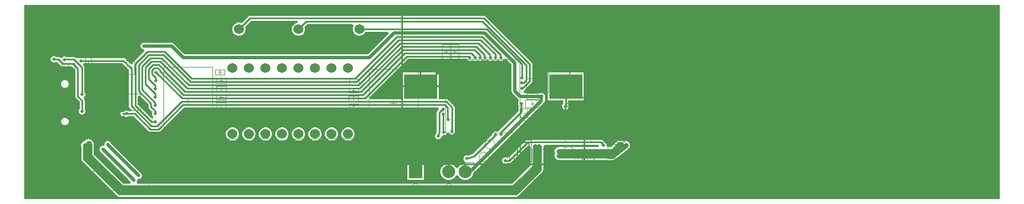
<source format=gbl>
G04*
G04 #@! TF.GenerationSoftware,Altium Limited,CircuitMaker,2.2.1 (2.2.1.6)*
G04*
G04 Layer_Physical_Order=2*
G04 Layer_Color=11436288*
%FSLAX24Y24*%
%MOIN*%
G70*
G04*
G04 #@! TF.SameCoordinates,07040E79-6860-4804-BF28-05383503267E*
G04*
G04*
G04 #@! TF.FilePolarity,Positive*
G04*
G01*
G75*
%ADD11C,0.0039*%
%ADD13C,0.0100*%
%ADD14C,0.0079*%
%ADD15C,0.0059*%
%ADD17C,0.0050*%
%ADD18C,0.0020*%
%ADD98C,0.0200*%
%ADD99C,0.0300*%
%ADD104C,0.0195*%
%ADD105R,0.0787X0.0787*%
%ADD106C,0.0787*%
%ADD107C,0.0600*%
%ADD108C,0.1417*%
G04:AMPARAMS|DCode=109|XSize=39.4mil|YSize=86.6mil|CornerRadius=19.7mil|HoleSize=0mil|Usage=FLASHONLY|Rotation=270.000|XOffset=0mil|YOffset=0mil|HoleType=Round|Shape=RoundedRectangle|*
%AMROUNDEDRECTD109*
21,1,0.0394,0.0472,0,0,270.0*
21,1,0.0000,0.0866,0,0,270.0*
1,1,0.0394,-0.0236,0.0000*
1,1,0.0394,-0.0236,0.0000*
1,1,0.0394,0.0236,0.0000*
1,1,0.0394,0.0236,0.0000*
%
%ADD109ROUNDEDRECTD109*%
G04:AMPARAMS|DCode=110|XSize=39.4mil|YSize=78.7mil|CornerRadius=19.7mil|HoleSize=0mil|Usage=FLASHONLY|Rotation=270.000|XOffset=0mil|YOffset=0mil|HoleType=Round|Shape=RoundedRectangle|*
%AMROUNDEDRECTD110*
21,1,0.0394,0.0394,0,0,270.0*
21,1,0.0000,0.0787,0,0,270.0*
1,1,0.0394,-0.0197,0.0000*
1,1,0.0394,-0.0197,0.0000*
1,1,0.0394,0.0197,0.0000*
1,1,0.0394,0.0197,0.0000*
%
%ADD110ROUNDEDRECTD110*%
%ADD111C,0.0700*%
%ADD112C,0.0236*%
%ADD113R,0.2000X0.1500*%
G36*
X59066Y5D02*
X16D01*
Y11825D01*
X59066D01*
Y5D01*
D02*
G37*
%LPC*%
G36*
X27823Y11158D02*
X13676D01*
X13617Y11146D01*
X13568Y11113D01*
X13161Y10707D01*
X13160Y10708D01*
X13058Y10735D01*
X12953D01*
X12851Y10708D01*
X12760Y10655D01*
X12686Y10581D01*
X12633Y10489D01*
X12606Y10388D01*
Y10282D01*
X12633Y10181D01*
X12686Y10089D01*
X12760Y10015D01*
X12851Y9962D01*
X12953Y9935D01*
X13058D01*
X13160Y9962D01*
X13251Y10015D01*
X13326Y10089D01*
X13378Y10181D01*
X13406Y10282D01*
Y10388D01*
X13378Y10489D01*
X13378Y10491D01*
X13739Y10852D01*
X16553D01*
X16561Y10851D01*
X16563Y10735D01*
X16552Y10732D01*
X16461Y10708D01*
X16370Y10655D01*
X16296Y10581D01*
X16243Y10489D01*
X16216Y10388D01*
Y10282D01*
X16243Y10181D01*
X16296Y10089D01*
X16370Y10015D01*
X16461Y9962D01*
X16563Y9935D01*
X16668D01*
X16770Y9962D01*
X16861Y10015D01*
X16936Y10089D01*
X16988Y10181D01*
X17016Y10282D01*
Y10388D01*
X16988Y10489D01*
X16988Y10491D01*
X17147Y10650D01*
X19874D01*
X19942Y10532D01*
X19923Y10499D01*
X19896Y10398D01*
Y10292D01*
X19923Y10191D01*
X19976Y10099D01*
X20050Y10025D01*
X20141Y9972D01*
X20243Y9945D01*
X20348D01*
X20450Y9972D01*
X20541Y10025D01*
X20616Y10099D01*
X20668Y10191D01*
X20669Y10192D01*
X22037D01*
X22082Y10083D01*
X21263Y9264D01*
X21248Y9258D01*
X21193Y9202D01*
X21187Y9188D01*
X20818Y8819D01*
X9720D01*
X9080Y9459D01*
X9014Y9503D01*
X8936Y9519D01*
X7256D01*
X7178Y9503D01*
X7112Y9459D01*
X7067Y9393D01*
X7052Y9315D01*
X7067Y9237D01*
X7112Y9171D01*
X7178Y9127D01*
X7219Y9118D01*
X7224Y9117D01*
X7232Y9106D01*
X7261Y9036D01*
X7263Y8993D01*
X6620Y8350D01*
X6587Y8300D01*
X6577Y8247D01*
X6532Y8218D01*
X6466Y8191D01*
X6124Y8533D01*
X6074Y8566D01*
X6016Y8578D01*
X3552D01*
X3538Y8592D01*
X3465Y8622D01*
X3386D01*
X3314Y8592D01*
X3300Y8579D01*
X3151Y8562D01*
X3110Y8602D01*
X3061Y8635D01*
X3002Y8647D01*
X2558D01*
X2557Y8648D01*
X2485Y8678D01*
X2406D01*
X2334Y8648D01*
X2278Y8592D01*
X2162Y8621D01*
X2138Y8637D01*
X2080Y8649D01*
X1936D01*
X1921Y8664D01*
X1849Y8694D01*
X1770D01*
X1698Y8664D01*
X1642Y8608D01*
X1612Y8535D01*
Y8457D01*
X1642Y8384D01*
X1698Y8329D01*
X1770Y8299D01*
X1849D01*
X1921Y8329D01*
X2043Y8317D01*
X2235Y8125D01*
X2284Y8092D01*
X2343Y8080D01*
X2824D01*
X2841Y8083D01*
X2883D01*
X3092Y7874D01*
Y6258D01*
X3104Y6199D01*
X3137Y6149D01*
X3357Y5930D01*
Y5478D01*
X3342Y5463D01*
X3312Y5391D01*
Y5312D01*
X3342Y5240D01*
X3398Y5184D01*
X3471Y5154D01*
X3549D01*
X3622Y5184D01*
X3677Y5240D01*
X3707Y5312D01*
Y5391D01*
X3677Y5463D01*
X3663Y5478D01*
Y5993D01*
X3651Y6051D01*
X3634Y6077D01*
X3604Y6193D01*
X3660Y6248D01*
X3690Y6321D01*
Y6399D01*
X3660Y6472D01*
X3646Y6486D01*
Y8003D01*
X3634Y8062D01*
X3601Y8112D01*
X3563Y8150D01*
X3562Y8161D01*
X3607Y8272D01*
X5952D01*
X6343Y7882D01*
Y5675D01*
X6354Y5616D01*
X6388Y5567D01*
X6497Y5457D01*
X6452Y5348D01*
X6321D01*
X6304Y5365D01*
X6232Y5395D01*
X6153D01*
X6081Y5365D01*
X6063Y5348D01*
X5986D01*
X5927Y5336D01*
X5878Y5303D01*
X5844Y5253D01*
X5833Y5195D01*
X5844Y5136D01*
X5878Y5087D01*
X5927Y5054D01*
X5986Y5042D01*
X6069D01*
X6081Y5030D01*
X6153Y5000D01*
X6232D01*
X6304Y5030D01*
X6316Y5042D01*
X6630D01*
X7522Y4149D01*
X7572Y4116D01*
X7630Y4105D01*
X8131D01*
X8190Y4116D01*
X8239Y4149D01*
X9669Y5579D01*
X25057D01*
X25106Y5461D01*
X25030Y5386D01*
X24997Y5336D01*
X24985Y5277D01*
Y4070D01*
X24959Y4044D01*
X24926Y3994D01*
X24923Y3982D01*
X24900Y3958D01*
X24869Y3886D01*
Y3807D01*
X24900Y3735D01*
X24955Y3679D01*
X25028Y3649D01*
X25106D01*
X25179Y3679D01*
X25234Y3735D01*
X25264Y3807D01*
X25350Y3892D01*
X25373Y3893D01*
X25430D01*
X25503Y3923D01*
X25558Y3979D01*
X25585Y4044D01*
X25612Y4053D01*
X25706Y4060D01*
X25709Y4054D01*
X25724Y4016D01*
X25780Y3961D01*
X25852Y3931D01*
X25931D01*
X26004Y3961D01*
X26059Y4016D01*
X26089Y4089D01*
Y4167D01*
X26067Y4221D01*
Y5580D01*
X26055Y5638D01*
X26022Y5688D01*
X25669Y6041D01*
X25620Y6074D01*
X25561Y6085D01*
X25097D01*
Y6810D01*
X23999D01*
X22901D01*
Y6085D01*
X20939D01*
X20894Y6194D01*
X23232Y8532D01*
X26798D01*
X26818Y8483D01*
X26874Y8428D01*
X26946Y8397D01*
X27025D01*
X27098Y8428D01*
X27146Y8476D01*
X27184Y8438D01*
X27256Y8407D01*
X27335D01*
X27408Y8438D01*
X27457Y8487D01*
X27495Y8449D01*
X27568Y8419D01*
X27646D01*
X27719Y8449D01*
X27763Y8493D01*
X27799Y8456D01*
X27872Y8426D01*
X27950D01*
X28023Y8456D01*
X28065Y8499D01*
X28119Y8446D01*
X28192Y8416D01*
X28270D01*
X28343Y8446D01*
X28386Y8489D01*
X28431Y8444D01*
X28504Y8414D01*
X28582D01*
X28655Y8444D01*
X28706Y8495D01*
X28752Y8449D01*
X28824Y8419D01*
X28903D01*
X28976Y8449D01*
X29027Y8500D01*
X29032Y8504D01*
X29168Y8526D01*
X29512Y8182D01*
Y6585D01*
X29527Y6507D01*
X29572Y6441D01*
X29902Y6111D01*
X29902Y6111D01*
X29935Y6088D01*
X29945Y6066D01*
X29955Y5982D01*
X29950Y5950D01*
X29927Y5926D01*
X29897Y5853D01*
Y5775D01*
X29927Y5702D01*
X29941Y5688D01*
Y5360D01*
X29686Y5105D01*
X29670Y5095D01*
X28751Y4175D01*
X28746Y4168D01*
X28704Y4124D01*
X28595Y4113D01*
X28593Y4114D01*
X28514D01*
X28442Y4084D01*
X28386Y4028D01*
X28356Y3955D01*
Y3935D01*
X27156Y2735D01*
X26876Y2651D01*
X26840Y2666D01*
X26761D01*
X26688Y2636D01*
X26633Y2580D01*
X26603Y2508D01*
Y2429D01*
X26633Y2357D01*
X26688Y2301D01*
X26716Y2290D01*
X26692Y2172D01*
X26640D01*
X26515Y2138D01*
X26402Y2073D01*
X26310Y1981D01*
X26270Y1911D01*
X26269Y1911D01*
X26141D01*
X26140Y1911D01*
X26100Y1981D01*
X26008Y2073D01*
X25896Y2138D01*
X25770Y2172D01*
X25640D01*
X25515Y2138D01*
X25402Y2073D01*
X25310Y1981D01*
X25245Y1869D01*
X25212Y1743D01*
Y1613D01*
X25245Y1487D01*
X25310Y1375D01*
X25402Y1283D01*
X25515Y1218D01*
X25640Y1184D01*
X25770D01*
X25896Y1218D01*
X26008Y1283D01*
X26100Y1375D01*
X26140Y1445D01*
X26141Y1445D01*
X26269D01*
X26270Y1445D01*
X26310Y1375D01*
X26402Y1283D01*
X26515Y1218D01*
X26640Y1184D01*
X26770D01*
X26896Y1218D01*
X27008Y1283D01*
X27100Y1375D01*
X27165Y1487D01*
X27187Y1567D01*
X31466Y5846D01*
X31466Y5846D01*
X31510Y5912D01*
X31526Y5990D01*
X31526Y5990D01*
Y6207D01*
X31537Y6233D01*
Y6312D01*
X31507Y6384D01*
X31451Y6440D01*
X31378Y6470D01*
X31300D01*
X31273Y6459D01*
X30265D01*
X30242Y6577D01*
X30261Y6585D01*
X30317Y6640D01*
X30340Y6697D01*
X30714Y7071D01*
X30748Y7121D01*
X30759Y7180D01*
Y8221D01*
X30748Y8280D01*
X30714Y8330D01*
X27931Y11113D01*
X27881Y11146D01*
X27823Y11158D01*
D02*
G37*
G36*
X25097Y7708D02*
X24048D01*
Y6908D01*
X25097D01*
Y7708D01*
D02*
G37*
G36*
X23950D02*
X22901D01*
Y6908D01*
X23950D01*
Y7708D01*
D02*
G37*
G36*
X2509Y7237D02*
X2418D01*
X2335Y7203D01*
X2270Y7139D01*
X2236Y7055D01*
Y6964D01*
X2270Y6880D01*
X2335Y6816D01*
X2418Y6781D01*
X2509D01*
X2593Y6816D01*
X2657Y6880D01*
X2692Y6964D01*
Y7055D01*
X2657Y7139D01*
X2593Y7203D01*
X2509Y7237D01*
D02*
G37*
G36*
X33899Y7709D02*
X31699D01*
Y6009D01*
X32646D01*
Y5790D01*
X32616Y5760D01*
X32586Y5688D01*
Y5609D01*
X32616Y5537D01*
X32672Y5481D01*
X32744Y5451D01*
X32823D01*
X32895Y5481D01*
X32951Y5537D01*
X32981Y5609D01*
Y5688D01*
X32952Y5758D01*
Y6009D01*
X33899D01*
Y7709D01*
D02*
G37*
G36*
X2509Y4954D02*
X2418D01*
X2335Y4919D01*
X2270Y4855D01*
X2236Y4771D01*
Y4681D01*
X2270Y4597D01*
X2335Y4533D01*
X2418Y4498D01*
X2509D01*
X2593Y4533D01*
X2657Y4597D01*
X2692Y4681D01*
Y4771D01*
X2657Y4855D01*
X2593Y4919D01*
X2509Y4954D01*
D02*
G37*
G36*
X19668Y4365D02*
X19563D01*
X19461Y4338D01*
X19370Y4285D01*
X19296Y4211D01*
X19243Y4119D01*
X19216Y4018D01*
Y3912D01*
X19243Y3811D01*
X19296Y3719D01*
X19370Y3645D01*
X19461Y3592D01*
X19563Y3565D01*
X19668D01*
X19770Y3592D01*
X19861Y3645D01*
X19936Y3719D01*
X19988Y3811D01*
X20016Y3912D01*
Y4018D01*
X19988Y4119D01*
X19936Y4211D01*
X19861Y4285D01*
X19770Y4338D01*
X19668Y4365D01*
D02*
G37*
G36*
X18668D02*
X18563D01*
X18461Y4338D01*
X18370Y4285D01*
X18296Y4211D01*
X18243Y4119D01*
X18216Y4018D01*
Y3912D01*
X18243Y3811D01*
X18296Y3719D01*
X18370Y3645D01*
X18461Y3592D01*
X18563Y3565D01*
X18668D01*
X18770Y3592D01*
X18861Y3645D01*
X18936Y3719D01*
X18988Y3811D01*
X19016Y3912D01*
Y4018D01*
X18988Y4119D01*
X18936Y4211D01*
X18861Y4285D01*
X18770Y4338D01*
X18668Y4365D01*
D02*
G37*
G36*
X17668D02*
X17563D01*
X17461Y4338D01*
X17370Y4285D01*
X17296Y4211D01*
X17243Y4119D01*
X17216Y4018D01*
Y3912D01*
X17243Y3811D01*
X17296Y3719D01*
X17370Y3645D01*
X17461Y3592D01*
X17563Y3565D01*
X17668D01*
X17770Y3592D01*
X17861Y3645D01*
X17936Y3719D01*
X17988Y3811D01*
X18016Y3912D01*
Y4018D01*
X17988Y4119D01*
X17936Y4211D01*
X17861Y4285D01*
X17770Y4338D01*
X17668Y4365D01*
D02*
G37*
G36*
X16668D02*
X16563D01*
X16461Y4338D01*
X16370Y4285D01*
X16296Y4211D01*
X16243Y4119D01*
X16216Y4018D01*
Y3912D01*
X16243Y3811D01*
X16296Y3719D01*
X16370Y3645D01*
X16461Y3592D01*
X16563Y3565D01*
X16668D01*
X16770Y3592D01*
X16861Y3645D01*
X16936Y3719D01*
X16988Y3811D01*
X17016Y3912D01*
Y4018D01*
X16988Y4119D01*
X16936Y4211D01*
X16861Y4285D01*
X16770Y4338D01*
X16668Y4365D01*
D02*
G37*
G36*
X15668D02*
X15563D01*
X15461Y4338D01*
X15370Y4285D01*
X15296Y4211D01*
X15243Y4119D01*
X15216Y4018D01*
Y3912D01*
X15243Y3811D01*
X15296Y3719D01*
X15370Y3645D01*
X15461Y3592D01*
X15563Y3565D01*
X15668D01*
X15770Y3592D01*
X15861Y3645D01*
X15936Y3719D01*
X15988Y3811D01*
X16016Y3912D01*
Y4018D01*
X15988Y4119D01*
X15936Y4211D01*
X15861Y4285D01*
X15770Y4338D01*
X15668Y4365D01*
D02*
G37*
G36*
X14668D02*
X14563D01*
X14461Y4338D01*
X14370Y4285D01*
X14296Y4211D01*
X14243Y4119D01*
X14216Y4018D01*
Y3912D01*
X14243Y3811D01*
X14296Y3719D01*
X14370Y3645D01*
X14461Y3592D01*
X14563Y3565D01*
X14668D01*
X14770Y3592D01*
X14861Y3645D01*
X14936Y3719D01*
X14988Y3811D01*
X15016Y3912D01*
Y4018D01*
X14988Y4119D01*
X14936Y4211D01*
X14861Y4285D01*
X14770Y4338D01*
X14668Y4365D01*
D02*
G37*
G36*
X13668D02*
X13563D01*
X13461Y4338D01*
X13370Y4285D01*
X13296Y4211D01*
X13243Y4119D01*
X13216Y4018D01*
Y3912D01*
X13243Y3811D01*
X13296Y3719D01*
X13370Y3645D01*
X13461Y3592D01*
X13563Y3565D01*
X13668D01*
X13770Y3592D01*
X13861Y3645D01*
X13936Y3719D01*
X13988Y3811D01*
X14016Y3912D01*
Y4018D01*
X13988Y4119D01*
X13936Y4211D01*
X13861Y4285D01*
X13770Y4338D01*
X13668Y4365D01*
D02*
G37*
G36*
X12668D02*
X12563D01*
X12461Y4338D01*
X12370Y4285D01*
X12296Y4211D01*
X12243Y4119D01*
X12216Y4018D01*
Y3912D01*
X12243Y3811D01*
X12296Y3719D01*
X12370Y3645D01*
X12461Y3592D01*
X12563Y3565D01*
X12668D01*
X12770Y3592D01*
X12861Y3645D01*
X12936Y3719D01*
X12988Y3811D01*
X13016Y3912D01*
Y4018D01*
X12988Y4119D01*
X12936Y4211D01*
X12861Y4285D01*
X12770Y4338D01*
X12668Y4365D01*
D02*
G37*
G36*
X3892Y3674D02*
X3794Y3655D01*
X3711Y3600D01*
X3656Y3517D01*
X3655Y3513D01*
X3598Y3501D01*
X3516Y3446D01*
X3460Y3363D01*
X3441Y3266D01*
X3460Y3168D01*
X3466Y3160D01*
Y2468D01*
X3486Y2370D01*
X3541Y2288D01*
X5598Y230D01*
X5681Y175D01*
X5779Y156D01*
X29761D01*
X29859Y175D01*
X29941Y230D01*
X31353Y1642D01*
X31409Y1725D01*
X31428Y1823D01*
Y3213D01*
X31529Y3312D01*
X34768D01*
X34796Y3288D01*
X34757Y3183D01*
X34742Y3170D01*
X32375D01*
X32277Y3150D01*
X32195Y3095D01*
X32139Y3012D01*
X32120Y2915D01*
X32139Y2817D01*
X32164Y2781D01*
X32138Y2742D01*
X32118Y2645D01*
X32138Y2547D01*
X32193Y2465D01*
X32275Y2409D01*
X32373Y2390D01*
X35646D01*
X35682Y2397D01*
X35718Y2400D01*
X35730Y2407D01*
X35743Y2409D01*
X35774Y2430D01*
X35806Y2447D01*
X36437Y2957D01*
X36439Y2959D01*
X36439Y2959D01*
X36439Y2959D01*
X36593Y3083D01*
X36657Y3160D01*
X36687Y3255D01*
X36678Y3354D01*
X36631Y3442D01*
X36555Y3505D01*
X36460Y3535D01*
X36361Y3526D01*
X36304Y3496D01*
X36255Y3529D01*
X36157Y3549D01*
X36020D01*
X35923Y3529D01*
X35840Y3474D01*
X35536Y3170D01*
X35310D01*
X35273Y3226D01*
Y3304D01*
X35243Y3377D01*
X35188Y3432D01*
X35148Y3449D01*
X35024Y3573D01*
X34975Y3606D01*
X34916Y3618D01*
X30492D01*
X30433Y3606D01*
X30384Y3573D01*
X29374Y2563D01*
X29264Y2522D01*
X29192Y2552D01*
X29113D01*
X29041Y2522D01*
X28985Y2466D01*
X28955Y2393D01*
Y2315D01*
X28985Y2242D01*
X29041Y2187D01*
X29113Y2157D01*
X29192D01*
X29264Y2187D01*
X29278Y2200D01*
X29343Y2199D01*
X29344Y2200D01*
X29344Y2199D01*
X29380D01*
X29438Y2211D01*
X29488Y2244D01*
X30502Y3259D01*
X30568Y3256D01*
X30674Y3215D01*
Y2080D01*
X29542Y948D01*
X6866D01*
X6835Y992D01*
X6805Y1066D01*
X6827Y1119D01*
Y1146D01*
X6841Y1169D01*
X6926Y1235D01*
X6942Y1242D01*
X6965Y1246D01*
X6971D01*
X6978Y1249D01*
X7010Y1256D01*
X7038Y1274D01*
X7044Y1277D01*
X7049Y1281D01*
X7076Y1300D01*
X7095Y1327D01*
X7099Y1332D01*
X7102Y1338D01*
X7120Y1366D01*
X7127Y1398D01*
X7130Y1405D01*
Y1411D01*
X7136Y1444D01*
X7130Y1476D01*
Y1483D01*
X7127Y1489D01*
X7120Y1522D01*
X7102Y1550D01*
X7099Y1556D01*
X7095Y1560D01*
X7076Y1588D01*
X5242Y3422D01*
X5234Y3442D01*
X5178Y3497D01*
X5106Y3527D01*
X5027D01*
X4955Y3497D01*
X4899Y3442D01*
X4869Y3369D01*
Y3342D01*
X4853Y3314D01*
X4840Y3296D01*
X4775Y3255D01*
X4755Y3246D01*
X4732Y3242D01*
X4725D01*
X4719Y3239D01*
X4686Y3233D01*
X4659Y3214D01*
X4653Y3212D01*
X4648Y3207D01*
X4620Y3189D01*
X4602Y3161D01*
X4597Y3156D01*
X4595Y3150D01*
X4576Y3123D01*
X4570Y3090D01*
X4567Y3084D01*
Y3077D01*
X4561Y3044D01*
X4567Y3012D01*
Y3005D01*
X4570Y2999D01*
X4576Y2966D01*
X4595Y2939D01*
X4597Y2933D01*
X4602Y2928D01*
X4620Y2900D01*
X6454Y1066D01*
X6455Y1066D01*
X6425Y992D01*
X6394Y948D01*
X6003D01*
X4231Y2720D01*
Y3335D01*
X4211Y3433D01*
X4156Y3516D01*
X4072Y3600D01*
X3989Y3655D01*
X3892Y3674D01*
D02*
G37*
G36*
X24199Y2172D02*
X23212D01*
Y1184D01*
X24199D01*
Y2172D01*
D02*
G37*
%LPD*%
G36*
X7535Y5749D02*
Y5622D01*
X7547Y5564D01*
X7580Y5514D01*
X7778Y5316D01*
X7768Y5307D01*
X7738Y5234D01*
Y5156D01*
X7768Y5083D01*
X7809Y5042D01*
X7807Y4963D01*
X7795Y4916D01*
X7740Y4896D01*
X6881Y5755D01*
Y6249D01*
X6990Y6294D01*
X7535Y5749D01*
D02*
G37*
D11*
X4197Y3888D02*
X7544D01*
Y542D02*
Y3888D01*
X4197Y542D02*
X7544D01*
X4197D02*
Y3888D01*
X26015Y640D02*
G03*
X26015Y640I-295J0D01*
G01*
X33251Y2925D02*
G03*
X33251Y2925I-295J0D01*
G01*
X5818Y9449D02*
G03*
X5818Y9449I-295J0D01*
G01*
X6859Y9444D02*
G03*
X6859Y9444I-295J0D01*
G01*
X4780Y9454D02*
G03*
X4780Y9454I-295J0D01*
G01*
X28144Y2582D02*
G03*
X28144Y2582I-295J0D01*
G01*
X28494Y3332D02*
G03*
X28494Y3332I-295J0D01*
G01*
X32941Y1465D02*
G03*
X32941Y1465I-295J0D01*
G01*
X23988Y649D02*
G03*
X23988Y649I-295J0D01*
G01*
X4542Y7346D02*
Y7563D01*
X4434Y7455D02*
X4651D01*
X35147Y4818D02*
X35541D01*
X35344Y4621D02*
Y5015D01*
X19835Y6135D02*
X20051D01*
X19943Y6027D02*
Y6243D01*
X5983Y5913D02*
X6377D01*
X6180Y5717D02*
Y6110D01*
X14134Y3066D02*
X14528D01*
X14331Y2869D02*
Y3263D01*
X23154Y1127D02*
X27249D01*
Y2229D01*
X23154D02*
X27249D01*
X23154Y1127D02*
Y2229D01*
X27562Y6272D02*
X27956D01*
X27759Y6075D02*
Y6469D01*
X1573Y7947D02*
Y8163D01*
X1465Y8055D02*
X1681D01*
X2676Y7947D02*
Y8163D01*
X2567Y8055D02*
X2784D01*
X19965Y5027D02*
Y5243D01*
X19857Y5135D02*
X20074D01*
X20426Y4012D02*
Y4228D01*
X20317Y4120D02*
X20534D01*
X18047Y2987D02*
X18264D01*
X18155Y2879D02*
Y3095D01*
X15908Y3001D02*
X16125D01*
X16017Y2893D02*
Y3109D01*
X13173Y2978D02*
X13390D01*
X13281Y2870D02*
Y3087D01*
X11029Y2946D02*
X11246D01*
X11138Y2838D02*
Y3054D01*
X19218Y2866D02*
Y3260D01*
X19021Y3063D02*
X19414D01*
X17093Y2863D02*
Y3257D01*
X16897Y3060D02*
X17290D01*
X12228Y2865D02*
Y3259D01*
X12032Y3062D02*
X12425D01*
X11904Y5137D02*
Y5353D01*
X11796Y5245D02*
X12012D01*
X11909Y4612D02*
Y4829D01*
X11801Y4720D02*
X12017D01*
X22351Y5661D02*
Y6055D01*
X22154Y5858D02*
X22548D01*
X20874Y7925D02*
X23827D01*
X20874Y3791D02*
X23827D01*
X20874D02*
Y7925D01*
X23827Y3791D02*
Y7925D01*
X9922Y5775D02*
Y6169D01*
X9725Y5972D02*
X10119D01*
X8445Y3905D02*
X11398D01*
X8445Y8039D02*
X11398D01*
Y3905D02*
Y8039D01*
X8445Y3905D02*
Y8039D01*
X29492Y2925D02*
X29709D01*
X29600Y2816D02*
Y3033D01*
X30300Y2738D02*
Y3131D01*
X30104Y2935D02*
X30497D01*
X31876Y2037D02*
Y2253D01*
X31767Y2145D02*
X31984D01*
X30979Y2125D02*
X31373D01*
X31176Y1928D02*
Y2322D01*
X33278Y1975D02*
X33514D01*
X33396Y1857D02*
Y2093D01*
X33988Y2385D02*
X34244D01*
X34116Y2257D02*
Y2513D01*
X36983Y2452D02*
Y2688D01*
X36865Y2570D02*
X37101D01*
X33546Y2487D02*
Y2703D01*
X33437Y2595D02*
X33654D01*
X34007Y2845D02*
X34224D01*
X34116Y2737D02*
Y2953D01*
X34870Y1754D02*
Y2148D01*
X34673Y1951D02*
X35067D01*
X35576Y2786D02*
Y3002D01*
X35467Y2894D02*
X35684D01*
X33189Y4745D02*
X33583D01*
X33386Y4548D02*
Y4942D01*
X33536Y10418D02*
Y10812D01*
X33339Y10615D02*
X33733D01*
X37001Y5712D02*
Y5948D01*
X36883Y5830D02*
X37119D01*
X36956Y8617D02*
Y8853D01*
X36838Y8735D02*
X37074D01*
X42871Y8652D02*
Y8888D01*
X42753Y8770D02*
X42989D01*
X42849Y2426D02*
Y2662D01*
X42731Y2544D02*
X42967D01*
X42735Y5675D02*
X42972D01*
X42853Y5557D02*
Y5793D01*
X48690Y5642D02*
Y5878D01*
X48572Y5760D02*
X48809D01*
X48728Y8837D02*
Y9073D01*
X48610Y8955D02*
X48846D01*
X48606Y2457D02*
Y2693D01*
X48488Y2575D02*
X48724D01*
X54878Y2685D02*
X55114D01*
X54996Y2567D02*
Y2803D01*
X54835Y5815D02*
X55072D01*
X54953Y5697D02*
Y5933D01*
X54893Y8847D02*
Y9083D01*
X54775Y8965D02*
X55012D01*
X33791Y9923D02*
X34007D01*
X33899Y9815D02*
Y10032D01*
X34509Y7905D02*
X34903D01*
X34706Y7708D02*
Y8102D01*
X26066Y8877D02*
Y9093D01*
X25957Y8985D02*
X26174D01*
X11823Y6713D02*
X12040D01*
X11932Y6605D02*
Y6822D01*
X11832Y7213D02*
X12049D01*
X11940Y7105D02*
Y7322D01*
X11810Y5715D02*
X12026D01*
X11918Y5607D02*
Y5823D01*
X11812Y6203D02*
X12029D01*
X11921Y6094D02*
Y6311D01*
X11748Y7734D02*
X11964D01*
X11856Y7625D02*
Y7842D01*
X30259Y5252D02*
X30653D01*
X30456Y5055D02*
Y5448D01*
X19847Y6625D02*
X20063D01*
X19955Y6517D02*
Y6733D01*
X19845Y5665D02*
X20062D01*
X19953Y5557D02*
Y5773D01*
X5570Y5175D02*
X5806D01*
X5688Y5057D02*
Y5293D01*
X3886Y8930D02*
Y9146D01*
X3777Y9038D02*
X3994D01*
X30769Y6144D02*
Y6361D01*
X30661Y6252D02*
X30877D01*
X3778Y8265D02*
X3994D01*
X3886Y8157D02*
Y8373D01*
X19859Y7149D02*
X20076D01*
X19968Y7040D02*
Y7257D01*
X30531Y6902D02*
X30747D01*
X30639Y6794D02*
Y7011D01*
X6326Y8027D02*
X6542D01*
X6434Y7918D02*
Y8135D01*
X3396Y8927D02*
Y9143D01*
X3287Y9035D02*
X3504D01*
X31319Y6941D02*
Y7335D01*
X31122Y7138D02*
X31516D01*
X19877Y4750D02*
X20094D01*
X19985Y4642D02*
Y4858D01*
X25417Y8986D02*
X25634D01*
X25526Y8878D02*
Y9094D01*
X30768Y5694D02*
Y5911D01*
X30660Y5802D02*
X30876D01*
X5100Y4228D02*
Y4622D01*
X4904Y4425D02*
X5297D01*
D13*
X7715Y4705D02*
X7936D01*
X6728Y5692D02*
X7715Y4705D01*
X6728Y5692D02*
Y8242D01*
X7688Y5622D02*
X7936Y5375D01*
Y5195D02*
Y5375D01*
X7688Y5622D02*
Y5813D01*
X6928Y6573D02*
X7688Y5813D01*
X6928Y6573D02*
Y8159D01*
X7936Y5725D02*
Y5857D01*
X7128Y6664D02*
X7936Y5857D01*
X7128Y6664D02*
Y8076D01*
X29380Y2352D02*
X30492Y3465D01*
X29344Y2352D02*
X29380D01*
X29153Y2354D02*
X29344Y2352D01*
X30492Y3465D02*
X34916D01*
X5067Y3309D02*
Y3330D01*
X6630Y1158D02*
Y1179D01*
X32799Y5649D02*
Y6859D01*
X25561Y5932D02*
X25914Y5580D01*
Y4150D02*
Y5580D01*
X25892Y4128D02*
X25914Y4150D01*
X5986Y5195D02*
X6693D01*
X25478Y5732D02*
X25633Y5577D01*
Y4869D02*
X25666Y4836D01*
X25633Y4869D02*
Y5577D01*
X25067Y3846D02*
Y3936D01*
X25138Y4007D01*
Y5277D01*
X25283Y5422D02*
X25376D01*
X25138Y5277D02*
X25283Y5422D01*
X25386Y4091D02*
Y5175D01*
X3493Y6360D02*
Y8003D01*
X3002Y8494D02*
X3493Y8003D01*
X2445Y8494D02*
X3002D01*
X6496Y5675D02*
X7713Y4457D01*
X6496Y5675D02*
Y7945D01*
X7713Y4457D02*
X8048D01*
X26800Y2468D02*
X27237Y2599D01*
X28554Y3916D01*
X30162Y6735D02*
X30606Y7180D01*
X30149Y6735D02*
X30162D01*
X27823Y11005D02*
X30606Y8221D01*
Y7180D02*
Y8221D01*
X13676Y11005D02*
X27823D01*
X30397Y7235D02*
Y8156D01*
X27749Y10803D02*
X30397Y8156D01*
X17084Y10803D02*
X27749D01*
X16616Y10335D02*
X17084Y10803D01*
X28010Y10345D02*
X30149Y8206D01*
X20296Y10345D02*
X28010D01*
X30234Y7072D02*
X30397Y7235D01*
X30149Y7385D02*
Y8206D01*
Y7072D02*
X30234D01*
X13006Y10335D02*
X13676Y11005D01*
X23168Y8685D02*
X26896D01*
X20623Y6139D02*
X23168Y8685D01*
X9561Y6139D02*
X20623D01*
X23056Y8885D02*
X27073D01*
X20511Y6339D02*
X23056Y8885D01*
X9644Y6339D02*
X20511D01*
X22947Y9085D02*
X27272D01*
X20402Y6539D02*
X22947Y9085D01*
X9727Y6539D02*
X20402D01*
X22866Y9285D02*
X27379D01*
X20320Y6739D02*
X22866Y9285D01*
X9877Y6739D02*
X20320D01*
X22773Y9485D02*
X27497D01*
X20228Y6939D02*
X22773Y9485D01*
X9960Y6939D02*
X20228D01*
X22668Y9685D02*
X27645D01*
X20123Y7139D02*
X22668Y9685D01*
X10071Y7139D02*
X20123D01*
X22583Y9885D02*
X27747D01*
X20037Y7339D02*
X22583Y9885D01*
X10154Y7339D02*
X20037D01*
X34916Y3465D02*
X35076Y3305D01*
X1810Y8496D02*
X2080D01*
X2343Y8233D01*
X2824D01*
X2827Y8236D01*
X2946D01*
X3245Y7937D01*
Y6258D02*
Y7937D01*
Y6258D02*
X3510Y5993D01*
Y5351D02*
Y5993D01*
X28859Y3959D02*
Y4067D01*
X29778Y4986D01*
X29783D02*
X30094Y5297D01*
X29778Y4986D02*
X29783D01*
X30094Y5297D02*
Y5814D01*
X27607Y8616D02*
Y8750D01*
X27272Y9085D02*
X27607Y8750D01*
X27886Y8778D02*
X27911Y8624D01*
X27379Y9285D02*
X27886Y8778D01*
X28206Y8776D02*
X28231Y8613D01*
X27497Y9485D02*
X28206Y8776D01*
X28526Y8804D02*
X28543Y8611D01*
X27645Y9685D02*
X28526Y8804D01*
X28847Y8626D02*
Y8785D01*
X27747Y9885D02*
X28847Y8785D01*
X27286Y8635D02*
Y8672D01*
X27073Y8885D02*
X27286Y8672D01*
X9606Y5732D02*
X25478D01*
X9523Y5932D02*
X25561D01*
X31322Y6255D02*
X31339Y6272D01*
X25376Y5422D02*
Y5485D01*
X6693Y5195D02*
X7630Y4257D01*
X8131D01*
X9606Y5732D01*
X8048Y4457D02*
X9523Y5932D01*
X7976Y7725D02*
X9561Y6139D01*
X8223Y7760D02*
X9644Y6339D01*
X8423Y7843D02*
X9727Y6539D01*
X8239Y8377D02*
X9877Y6739D01*
X8322Y8577D02*
X9960Y6939D01*
X8433Y8777D02*
X10071Y7139D01*
X8516Y8977D02*
X10154Y7339D01*
X3426Y8425D02*
X6016D01*
X6496Y7945D01*
X6928Y8159D02*
X7547Y8777D01*
X6728Y8242D02*
X7464Y8977D01*
X8516D01*
X8223Y7760D02*
Y7827D01*
X8156Y8177D02*
X8423Y7910D01*
Y7843D02*
Y7910D01*
X8078Y7972D02*
X8223Y7827D01*
X7796Y8177D02*
X8156D01*
X7713Y8377D02*
X8239D01*
X7630Y8577D02*
X8322D01*
X7528Y7322D02*
X7956Y6895D01*
Y6725D02*
Y6895D01*
X7328Y7002D02*
X7936Y6395D01*
X7528Y7322D02*
Y7910D01*
X7328Y7002D02*
Y7993D01*
X7547Y8777D02*
X8433D01*
X7128Y8076D02*
X7630Y8577D01*
X7328Y7993D02*
X7713Y8377D01*
X7528Y7910D02*
X7796Y8177D01*
X7728Y7622D02*
Y7827D01*
X7873Y7972D02*
X8078D01*
X7728Y7827D02*
X7873Y7972D01*
X7936Y6215D02*
Y6395D01*
X7728Y7622D02*
X7976Y7375D01*
Y7225D02*
Y7375D01*
X26896Y8685D02*
X26986Y8595D01*
X22887Y11584D02*
X33911D01*
Y2135D02*
Y11584D01*
X22887Y2135D02*
X33911D01*
X22887D02*
Y11584D01*
D14*
X32772Y3695D02*
X34000D01*
Y5795D01*
X32772D02*
X34000D01*
X32772Y3695D02*
Y5795D01*
D15*
X30576Y2385D02*
Y3485D01*
X30025Y2385D02*
X30576D01*
X30025D02*
Y3485D01*
X30576D01*
X31044Y6588D02*
Y7688D01*
X31595D01*
Y6588D02*
Y7688D01*
X31044Y6588D02*
X31595D01*
X32811Y3839D02*
X33961D01*
Y5650D01*
X32811D02*
X33961D01*
X32811Y3839D02*
Y5650D01*
D17*
X33033Y6192D02*
X36379D01*
X33033Y9618D02*
X36379D01*
X33033Y6192D02*
Y9618D01*
X36379Y6192D02*
Y9618D01*
D18*
X4306Y7022D02*
X4779D01*
X4306Y7888D02*
X4779D01*
X4306Y7022D02*
Y7888D01*
X4779Y7022D02*
Y7888D01*
X36388Y3480D02*
Y6157D01*
X34301Y3480D02*
Y6157D01*
X36388D01*
X34301Y3480D02*
X36388D01*
X19648Y5977D02*
Y6292D01*
X20238Y5977D02*
Y6292D01*
X19648D02*
X20238D01*
X19648Y5977D02*
X20238D01*
X5334Y5402D02*
Y6425D01*
X7027Y5402D02*
Y6425D01*
X5334D02*
X7027D01*
X5334Y5402D02*
X7027D01*
X13465Y2436D02*
Y3696D01*
X15197Y2436D02*
Y3696D01*
X13465D02*
X15197D01*
X13465Y2436D02*
X15197D01*
X30003Y4028D02*
Y8516D01*
X25515Y4028D02*
Y8516D01*
Y4028D02*
X30003D01*
X25515Y8516D02*
X30003D01*
X1160Y7838D02*
X1987D01*
X1160Y8271D02*
X1987D01*
Y7838D02*
Y8271D01*
X1160Y7838D02*
Y8271D01*
X2262Y8271D02*
X3089D01*
X2262Y7838D02*
X3089D01*
X2262D02*
Y8271D01*
X3089Y7838D02*
Y8271D01*
X19623Y4958D02*
X20307D01*
X19623Y5312D02*
X20307D01*
Y4958D02*
Y5312D01*
X19623Y4958D02*
Y5312D01*
X20084Y3943D02*
X20768D01*
X20084Y4297D02*
X20768D01*
Y3943D02*
Y4297D01*
X20084Y3943D02*
Y4297D01*
X18333Y2645D02*
Y3329D01*
X17978Y2645D02*
Y3329D01*
X18333D01*
X17978Y2645D02*
X18333D01*
X16194Y2659D02*
Y3343D01*
X15840Y2659D02*
Y3343D01*
X16194D01*
X15840Y2659D02*
X16194D01*
X13459Y2637D02*
Y3320D01*
X13104Y2637D02*
Y3320D01*
X13459D01*
X13104Y2637D02*
X13459D01*
X11315Y2604D02*
Y3288D01*
X10961Y2604D02*
Y3288D01*
X11315D01*
X10961Y2604D02*
X11315D01*
X18351Y2433D02*
X20084D01*
X18351Y3693D02*
X20084D01*
Y2433D02*
Y3693D01*
X18351Y2433D02*
Y3693D01*
X16227Y2430D02*
X17960D01*
X16227Y3690D02*
X17960D01*
Y2430D02*
Y3690D01*
X16227Y2430D02*
Y3690D01*
X11362Y2432D02*
X13094D01*
X11362Y3692D02*
X13094D01*
Y2432D02*
Y3692D01*
X11362Y2432D02*
Y3692D01*
X11562Y5422D02*
X12246D01*
X11562Y5068D02*
X12246D01*
X11562D02*
Y5422D01*
X12246Y5068D02*
Y5422D01*
X11567Y4897D02*
X12251D01*
X11567Y4543D02*
X12251D01*
X11567D02*
Y4897D01*
X12251Y4543D02*
Y4897D01*
X31201Y4113D02*
X31595D01*
X31398Y3916D02*
Y4310D01*
X32776Y3444D02*
Y4782D01*
X30020D02*
X32776D01*
X30020Y3444D02*
Y4782D01*
Y3444D02*
X32776D01*
X29364Y2492D02*
Y3358D01*
X29837Y2492D02*
Y3358D01*
X29364Y2492D02*
X29837D01*
X29364Y3358D02*
X29837D01*
X29887Y3604D02*
X30714D01*
X29887Y2265D02*
X30714D01*
Y3604D01*
X29887Y2265D02*
Y3604D01*
X31640Y2578D02*
X32112D01*
X31640Y1712D02*
X32112D01*
Y2578D01*
X31640Y1712D02*
Y2578D01*
X30723Y1219D02*
Y3030D01*
X31628Y1219D02*
Y3030D01*
X30723Y1219D02*
X31628D01*
X30723Y3030D02*
X31628D01*
X33750Y1798D02*
Y2152D01*
X33041Y1798D02*
Y2152D01*
Y1798D02*
X33750D01*
X33041Y2152D02*
X33750D01*
X34431Y2208D02*
Y2562D01*
X33801Y2208D02*
Y2562D01*
Y2208D02*
X34431D01*
X33801Y2562D02*
X34431D01*
X36688Y2412D02*
X37279D01*
X36688Y2727D02*
X37279D01*
Y2412D02*
Y2727D01*
X36688Y2412D02*
Y2727D01*
X33329Y2182D02*
X33762D01*
X33329Y3008D02*
X33762D01*
X33329Y2182D02*
Y3008D01*
X33762Y2182D02*
Y3008D01*
X33820Y2687D02*
Y3002D01*
X34411Y2687D02*
Y3002D01*
X33820D02*
X34411D01*
X33820Y2687D02*
X34411D01*
X34496Y1203D02*
X35244D01*
X34496Y2699D02*
X35244D01*
X34496Y1203D02*
Y2699D01*
X35244Y1203D02*
Y2699D01*
X35340Y2461D02*
X35812D01*
X35340Y3327D02*
X35812D01*
X35340Y2461D02*
Y3327D01*
X35812Y2461D02*
Y3327D01*
X32630Y11068D02*
X34441D01*
X32630Y10162D02*
X34441D01*
X32630D02*
Y11068D01*
X34441Y10162D02*
Y11068D01*
X36706Y5672D02*
X37296D01*
X36706Y5987D02*
X37296D01*
Y5672D02*
Y5987D01*
X36706Y5672D02*
Y5987D01*
X36660Y8577D02*
X37251D01*
X36660Y8892D02*
X37251D01*
Y8577D02*
Y8892D01*
X36660Y8577D02*
Y8892D01*
X42576Y8612D02*
X43166D01*
X42576Y8927D02*
X43166D01*
Y8612D02*
Y8927D01*
X42576Y8612D02*
Y8927D01*
X42553Y2387D02*
X43144D01*
X42553Y2702D02*
X43144D01*
Y2387D02*
Y2702D01*
X42553Y2387D02*
Y2702D01*
X42558Y5517D02*
Y5832D01*
X43149Y5517D02*
Y5832D01*
X42558D02*
X43149D01*
X42558Y5517D02*
X43149D01*
X48395Y5602D02*
X48986D01*
X48395Y5917D02*
X48986D01*
Y5602D02*
Y5917D01*
X48395Y5602D02*
Y5917D01*
X48433Y8797D02*
X49023D01*
X48433Y9112D02*
X49023D01*
Y8797D02*
Y9112D01*
X48433Y8797D02*
Y9112D01*
X48310Y2417D02*
X48901D01*
X48310Y2732D02*
X48901D01*
Y2417D02*
Y2732D01*
X48310Y2417D02*
Y2732D01*
X54700Y2527D02*
Y2842D01*
X55291Y2527D02*
Y2842D01*
X54700D02*
X55291D01*
X54700Y2527D02*
X55291D01*
X54658Y5657D02*
Y5972D01*
X55249Y5657D02*
Y5972D01*
X54658D02*
X55249D01*
X54658Y5657D02*
X55249D01*
X54598Y8807D02*
X55189D01*
X54598Y9122D02*
X55189D01*
Y8807D02*
Y9122D01*
X54598Y8807D02*
Y9122D01*
X34332Y9687D02*
Y10160D01*
X33466Y9687D02*
Y10160D01*
Y9687D02*
X34332D01*
X33466Y10160D02*
X34332D01*
X25830Y9418D02*
X26302D01*
X25830Y8552D02*
X26302D01*
Y9418D01*
X25830Y8552D02*
Y9418D01*
X12227Y6556D02*
Y6871D01*
X11636Y6556D02*
Y6871D01*
Y6556D02*
X12227D01*
X11636Y6871D02*
X12227D01*
X12236Y7056D02*
Y7371D01*
X11645Y7056D02*
Y7371D01*
Y7056D02*
X12236D01*
X11645Y7371D02*
X12236D01*
X12213Y5557D02*
Y5872D01*
X11623Y5557D02*
Y5872D01*
Y5557D02*
X12213D01*
X11623Y5872D02*
X12213D01*
X12216Y6045D02*
Y6360D01*
X11625Y6045D02*
Y6360D01*
Y6045D02*
X12216D01*
X11625Y6360D02*
X12216D01*
X12151Y7576D02*
Y7891D01*
X11561Y7576D02*
Y7891D01*
Y7576D02*
X12151D01*
X11561Y7891D02*
X12151D01*
X30860Y4986D02*
Y5517D01*
X30052Y4986D02*
Y5517D01*
Y4986D02*
X30860D01*
X30052Y5517D02*
X30860D01*
X19660Y6467D02*
Y6782D01*
X20250Y6467D02*
Y6782D01*
X19660D02*
X20250D01*
X19660Y6467D02*
X20250D01*
X19658Y5507D02*
Y5822D01*
X20249Y5507D02*
Y5822D01*
X19658D02*
X20249D01*
X19658Y5507D02*
X20249D01*
X6042Y4998D02*
Y5352D01*
X5333Y4998D02*
Y5352D01*
Y4998D02*
X6042D01*
X5333Y5352D02*
X6042D01*
X3669Y8625D02*
X4102D01*
X3669Y9451D02*
X4102D01*
X3669Y8625D02*
Y9451D01*
X4102Y8625D02*
Y9451D01*
X30427Y6429D02*
X31111D01*
X30427Y6075D02*
X31111D01*
X30427D02*
Y6429D01*
X31111Y6075D02*
Y6429D01*
X3709Y7923D02*
Y8607D01*
X4063Y7923D02*
Y8607D01*
X3709Y7923D02*
X4063D01*
X3709Y8607D02*
X4063D01*
X19672Y6991D02*
Y7306D01*
X20263Y6991D02*
Y7306D01*
X19672D02*
X20263D01*
X19672Y6991D02*
X20263D01*
X30875Y6469D02*
Y7335D01*
X30403Y6469D02*
Y7335D01*
X30875D01*
X30403Y6469D02*
X30875D01*
X6670Y7594D02*
Y8460D01*
X6198Y7594D02*
Y8460D01*
X6670D01*
X6198Y7594D02*
X6670D01*
X3160Y8602D02*
X3632D01*
X3160Y9468D02*
X3632D01*
X3160Y8602D02*
Y9468D01*
X3632Y8602D02*
Y9468D01*
X30906Y6469D02*
X31733D01*
X30906Y7807D02*
X31733D01*
X30906Y6469D02*
Y7807D01*
X31733Y6469D02*
Y7807D01*
X19690Y4593D02*
Y4907D01*
X20281Y4593D02*
Y4907D01*
X19690D02*
X20281D01*
X19690Y4593D02*
X20281D01*
X25762Y8553D02*
Y9419D01*
X25290Y8553D02*
Y9419D01*
X25762D01*
X25290Y8553D02*
X25762D01*
X30335Y5566D02*
X31201D01*
X30335Y6039D02*
X31201D01*
Y5566D02*
Y6039D01*
X30335Y5566D02*
Y6039D01*
X4156Y3952D02*
X6045D01*
X4156Y4897D02*
X6045D01*
Y3952D02*
Y4897D01*
X4156Y3952D02*
Y4897D01*
X1902Y5868D02*
X2099D01*
X2001Y5769D02*
Y5966D01*
D98*
X7256Y9315D02*
X8936D01*
X20902Y8615D02*
X22406Y10119D01*
X5067Y3309D02*
X6932Y1444D01*
X4764Y3044D02*
X6630Y1179D01*
X29716Y6585D02*
Y8267D01*
X27863Y10119D02*
X29716Y8267D01*
X22406Y10119D02*
X27863D01*
X26705Y1678D02*
X27009D01*
X29716Y6585D02*
X30046Y6255D01*
X9636Y8615D02*
X20902D01*
X27009Y1678D02*
X31322Y5990D01*
Y6255D01*
X8936Y9315D02*
X9636Y8615D01*
X30046Y6255D02*
X31322D01*
D99*
X36020Y3294D02*
X36157D01*
X32375Y2915D02*
X35641D01*
X35646Y2645D02*
X36276Y3155D01*
X30929Y1974D02*
Y3215D01*
X32373Y2645D02*
X35646D01*
X3696Y3266D02*
X3721Y3241D01*
X29648Y693D02*
X30929Y1974D01*
X5898Y693D02*
X29648D01*
X3976Y2615D02*
X5898Y693D01*
X29761Y410D02*
X31173Y1823D01*
X5779Y410D02*
X29761D01*
X3721Y2468D02*
X5779Y410D01*
X3892Y3419D02*
X3976Y3335D01*
Y2615D02*
Y3335D01*
X3721Y2468D02*
Y3241D01*
X35641Y2915D02*
X36020Y3294D01*
X36276Y3155D02*
X36279Y3157D01*
X36433Y3282D01*
X31173Y1823D02*
Y3213D01*
D104*
X3892Y3419D02*
D03*
X3696Y3266D02*
D03*
X6630Y1158D02*
D03*
X6932Y1444D02*
D03*
X5067Y3330D02*
D03*
X4764Y3044D02*
D03*
X32783Y5649D02*
D03*
X25892Y4128D02*
D03*
X36153Y3308D02*
D03*
X3493Y6360D02*
D03*
X2445Y8480D02*
D03*
X35076Y3265D02*
D03*
X25067Y3846D02*
D03*
X25391Y4091D02*
D03*
X26800Y2468D02*
D03*
X32375Y2904D02*
D03*
X32373Y2660D02*
D03*
X29153Y2354D02*
D03*
X1810Y8496D02*
D03*
X3510Y5351D02*
D03*
X28859Y3959D02*
D03*
X21360Y9091D02*
D03*
X6192Y5198D02*
D03*
X30094Y5814D02*
D03*
X27607Y8616D02*
D03*
X28543Y8611D02*
D03*
X28864Y8616D02*
D03*
X27911Y8624D02*
D03*
X28231Y8613D02*
D03*
X27296Y8605D02*
D03*
X26986Y8595D02*
D03*
X7976Y7725D02*
D03*
X7956Y6725D02*
D03*
X7976Y7225D02*
D03*
X7936Y5725D02*
D03*
Y6215D02*
D03*
Y4705D02*
D03*
Y5195D02*
D03*
X25376Y5485D02*
D03*
X25386Y5175D02*
D03*
X25666Y4836D02*
D03*
X30929Y3215D02*
D03*
X31173Y3213D02*
D03*
X36433Y3282D02*
D03*
X7263Y9314D02*
D03*
X31339Y6272D02*
D03*
X3426Y8425D02*
D03*
X30149Y6752D02*
D03*
Y7072D02*
D03*
Y7382D02*
D03*
X28554Y3916D02*
D03*
D105*
X23705Y1678D02*
D03*
D106*
X24705D02*
D03*
X25705D02*
D03*
X26705D02*
D03*
D107*
X12616Y3965D02*
D03*
X13616D02*
D03*
X14616D02*
D03*
X15616D02*
D03*
X16616D02*
D03*
X17616D02*
D03*
X18616D02*
D03*
X19616D02*
D03*
Y7965D02*
D03*
X18616D02*
D03*
X17616D02*
D03*
X16616D02*
D03*
X12616D02*
D03*
X13616D02*
D03*
X14616D02*
D03*
X15616D02*
D03*
X11246Y10335D02*
D03*
X13006D02*
D03*
X14856D02*
D03*
X16616D02*
D03*
X18536Y10345D02*
D03*
X20296D02*
D03*
D108*
X52449Y7622D02*
D03*
X40892Y3187D02*
D03*
X57866Y1186D02*
D03*
Y10635D02*
D03*
X1960Y1186D02*
D03*
Y10635D02*
D03*
D109*
X1086Y4165D02*
D03*
Y7570D02*
D03*
D110*
X2661D02*
D03*
Y4165D02*
D03*
D111*
X10746Y9385D02*
D03*
X13506D02*
D03*
X14356D02*
D03*
X17116D02*
D03*
X18036Y9395D02*
D03*
X20796D02*
D03*
D112*
X7153Y5894D02*
D03*
X7387Y5534D02*
D03*
X34864Y5774D02*
D03*
X31973Y8160D02*
D03*
X6200Y7373D02*
D03*
X5026Y7359D02*
D03*
X7929Y1330D02*
D03*
X8333Y1327D02*
D03*
X8731D02*
D03*
X9144Y1330D02*
D03*
X9535Y1336D02*
D03*
X9983Y1348D02*
D03*
X4993Y6329D02*
D03*
X5286Y3820D02*
D03*
X8313Y3567D02*
D03*
X8941Y3569D02*
D03*
X9591Y3555D02*
D03*
X26430Y7941D02*
D03*
X26432Y8382D02*
D03*
X33390Y4592D02*
D03*
X33782Y4603D02*
D03*
X40126Y2195D02*
D03*
X38663Y804D02*
D03*
X37963D02*
D03*
X34145Y4696D02*
D03*
X34130Y5244D02*
D03*
X34149Y5758D02*
D03*
X20493Y1326D02*
D03*
X20897Y1323D02*
D03*
X21296D02*
D03*
X21709Y1326D02*
D03*
X22099Y1332D02*
D03*
X18452Y1313D02*
D03*
X18856Y1310D02*
D03*
X19255D02*
D03*
X19667Y1313D02*
D03*
X20058Y1319D02*
D03*
X16394Y1331D02*
D03*
X16798Y1328D02*
D03*
X17196D02*
D03*
X17609Y1331D02*
D03*
X18000Y1337D02*
D03*
X14308Y1335D02*
D03*
X14712Y1331D02*
D03*
X15111D02*
D03*
X15524Y1335D02*
D03*
X15914Y1341D02*
D03*
X13860Y1323D02*
D03*
X13469Y1317D02*
D03*
X13057Y1314D02*
D03*
X12658D02*
D03*
X12254Y1317D02*
D03*
X2885Y8763D02*
D03*
X2897Y9715D02*
D03*
X34514Y11292D02*
D03*
X33881Y11326D02*
D03*
X35852Y11254D02*
D03*
X35194Y11274D02*
D03*
X36292Y2032D02*
D03*
X36283Y2620D02*
D03*
X40144Y6233D02*
D03*
Y7533D02*
D03*
Y6873D02*
D03*
X41454Y8323D02*
D03*
Y6983D02*
D03*
Y7683D02*
D03*
X51868Y2269D02*
D03*
X51878Y4329D02*
D03*
X51868Y3569D02*
D03*
Y2909D02*
D03*
X53178Y4359D02*
D03*
Y3019D02*
D03*
Y3719D02*
D03*
X53168Y2299D02*
D03*
X53083Y11237D02*
D03*
X47553Y11247D02*
D03*
X41303Y11237D02*
D03*
X36463Y11257D02*
D03*
X50273Y11237D02*
D03*
X51693Y11227D02*
D03*
X46133D02*
D03*
X39843Y11247D02*
D03*
X40603Y11237D02*
D03*
X29156Y4785D02*
D03*
X32292Y9915D02*
D03*
X32295Y11345D02*
D03*
X31758Y5577D02*
D03*
X32186Y5229D02*
D03*
X31818Y4857D02*
D03*
X31385Y4105D02*
D03*
X33002Y4602D02*
D03*
X34157Y4099D02*
D03*
X8291Y3991D02*
D03*
X24996Y7674D02*
D03*
X24568Y8156D02*
D03*
X23918Y8171D02*
D03*
X23289Y8169D02*
D03*
X30903Y7813D02*
D03*
X3882Y9723D02*
D03*
X2897Y9203D02*
D03*
X3411Y9723D02*
D03*
X5580Y7370D02*
D03*
X32377Y1969D02*
D03*
X31917Y1466D02*
D03*
X30293Y2193D02*
D03*
X29602Y2196D02*
D03*
X29613Y1464D02*
D03*
X35920Y780D02*
D03*
X35292Y775D02*
D03*
X34750Y793D02*
D03*
X34131Y1920D02*
D03*
X33032Y11368D02*
D03*
X33045Y9907D02*
D03*
X32274Y10611D02*
D03*
X31337Y8150D02*
D03*
X31058Y5266D02*
D03*
X30945Y4899D02*
D03*
X27805Y7204D02*
D03*
X6707Y2574D02*
D03*
X6142Y6437D02*
D03*
X4361Y6324D02*
D03*
X30594Y4747D02*
D03*
X41551Y6281D02*
D03*
X41528Y4298D02*
D03*
X40129Y4322D02*
D03*
Y4968D02*
D03*
X34113Y1354D02*
D03*
X34120Y828D02*
D03*
X37332Y4250D02*
D03*
X37314Y3180D02*
D03*
X37320Y3710D02*
D03*
X37338Y4830D02*
D03*
X37344Y5375D02*
D03*
X37372Y6418D02*
D03*
X37380Y7016D02*
D03*
Y7673D02*
D03*
X37369Y8285D02*
D03*
X27076Y7205D02*
D03*
X28496Y7195D02*
D03*
X27036Y5385D02*
D03*
X27757D02*
D03*
X28463Y5397D02*
D03*
X53166Y5795D02*
D03*
Y5095D02*
D03*
X53176Y8555D02*
D03*
X53166Y6435D02*
D03*
X52540Y9902D02*
D03*
X53166Y9245D02*
D03*
X51856Y8455D02*
D03*
X51866Y9875D02*
D03*
Y9175D02*
D03*
X51856Y4985D02*
D03*
Y5645D02*
D03*
X51866Y6405D02*
D03*
X41520Y4970D02*
D03*
X41522Y5607D02*
D03*
X41446Y9175D02*
D03*
X40136Y8385D02*
D03*
X40146Y9805D02*
D03*
Y9105D02*
D03*
X41456Y2225D02*
D03*
X40136Y5575D02*
D03*
X46036Y2335D02*
D03*
Y2995D02*
D03*
X46046Y4415D02*
D03*
Y3715D02*
D03*
X46056Y6475D02*
D03*
Y7175D02*
D03*
X46046Y5715D02*
D03*
Y5055D02*
D03*
X47366Y3065D02*
D03*
Y2365D02*
D03*
X46056Y9245D02*
D03*
Y9945D02*
D03*
X46046Y8525D02*
D03*
Y7865D02*
D03*
X47356Y9315D02*
D03*
X46699Y9946D02*
D03*
X47356Y6505D02*
D03*
Y7165D02*
D03*
X47366Y8625D02*
D03*
Y7925D02*
D03*
X47356Y5165D02*
D03*
Y5865D02*
D03*
X47346Y4445D02*
D03*
Y3785D02*
D03*
X36583Y814D02*
D03*
X37243D02*
D03*
X40723Y794D02*
D03*
X41423D02*
D03*
X39963Y804D02*
D03*
X39303D02*
D03*
X44833Y794D02*
D03*
X45493D02*
D03*
X46953Y784D02*
D03*
X46253D02*
D03*
X43493Y794D02*
D03*
X44193D02*
D03*
X42773Y804D02*
D03*
X42113D02*
D03*
X53203Y794D02*
D03*
X53863D02*
D03*
X55283Y784D02*
D03*
X54583D02*
D03*
X56583D02*
D03*
X55923D02*
D03*
X50393Y794D02*
D03*
X51053D02*
D03*
X52513Y784D02*
D03*
X51813D02*
D03*
X49053Y794D02*
D03*
X49753D02*
D03*
X48333Y804D02*
D03*
X47673D02*
D03*
X48213Y11247D02*
D03*
X49633Y11237D02*
D03*
X48933D02*
D03*
X52393Y11227D02*
D03*
X50933Y11237D02*
D03*
X55803Y11227D02*
D03*
X56463D02*
D03*
X54463D02*
D03*
X55163D02*
D03*
X53743Y11237D02*
D03*
X41993Y11247D02*
D03*
X42653D02*
D03*
X44073Y11237D02*
D03*
X43373D02*
D03*
X46833Y11227D02*
D03*
X45373Y11237D02*
D03*
X44713D02*
D03*
X39183Y11247D02*
D03*
X37843D02*
D03*
X38543D02*
D03*
X37123Y11257D02*
D03*
D113*
X23999Y6859D02*
D03*
X32799D02*
D03*
M02*

</source>
